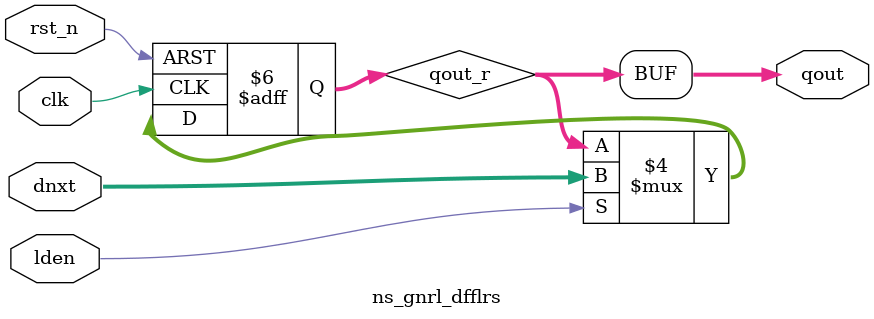
<source format=sv>
module ns_gnrl_dfflrs # (
  parameter DW   = 32
, parameter [DW-1:0]  RST  = {DW{1'b1}}
) (
  input               lden,
  input      [DW-1:0] dnxt,
  output     [DW-1:0] qout,

  input               clk,
  input               rst_n
);
reg [DW-1:0] qout_r;

always @(posedge clk or negedge rst_n)
begin : DFF_PROC
  if (rst_n == 1'b0)
    qout_r <= RST;
  else if (lden == 1'b1)
    qout_r <= dnxt;
end

assign qout = qout_r[DW-1:0];

endmodule
</source>
